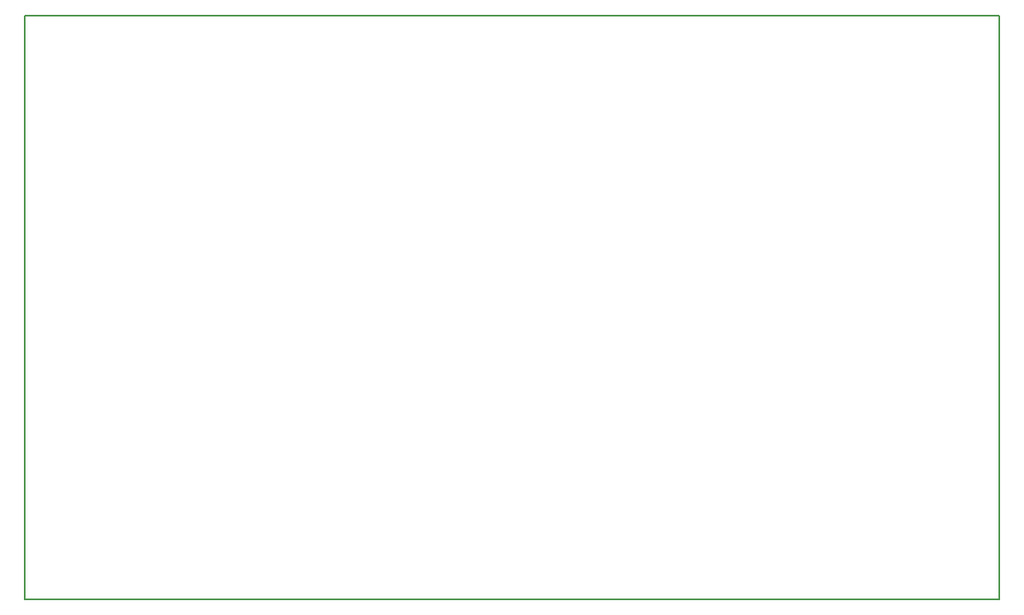
<source format=gko>
%FSLAX46Y46*%
G04 Gerber Fmt 4.6, Leading zero omitted, Abs format (unit mm)*
G04 Created by KiCad (PCBNEW (2014-jul-16 BZR unknown)-product) date 2014-10-28T19:03:25 CET*
%MOMM*%
G01*
G04 APERTURE LIST*
%ADD10C,0.100000*%
%ADD11C,0.150000*%
G04 APERTURE END LIST*
D10*
D11*
X50000000Y-110000000D02*
X50000000Y-50000000D01*
X150000000Y-50000000D02*
X150000000Y-110000000D01*
X150000000Y-110000000D02*
X50000000Y-110000000D01*
X50000000Y-50000000D02*
X150000000Y-50000000D01*
M02*

</source>
